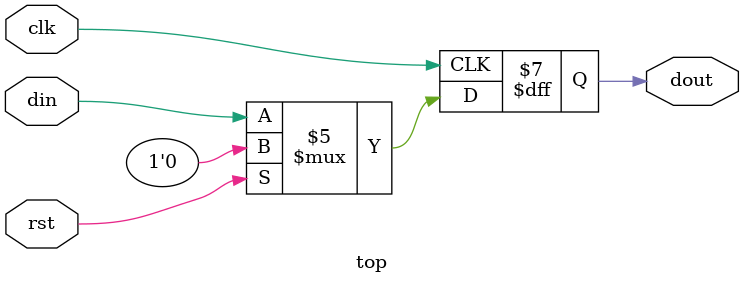
<source format=sv>
module top(
    input      rst,clk,
    input      din,
    output reg dout
  );

  always@(posedge clk)
  begin
    if(rst == 1'b1)
      dout <= 1'b0;
    else
      dout <= din;
  end


  initial
  begin
    $dumpfile("d_ff.vcd");
    $dumpvars(1,top);
  end


endmodule

</source>
